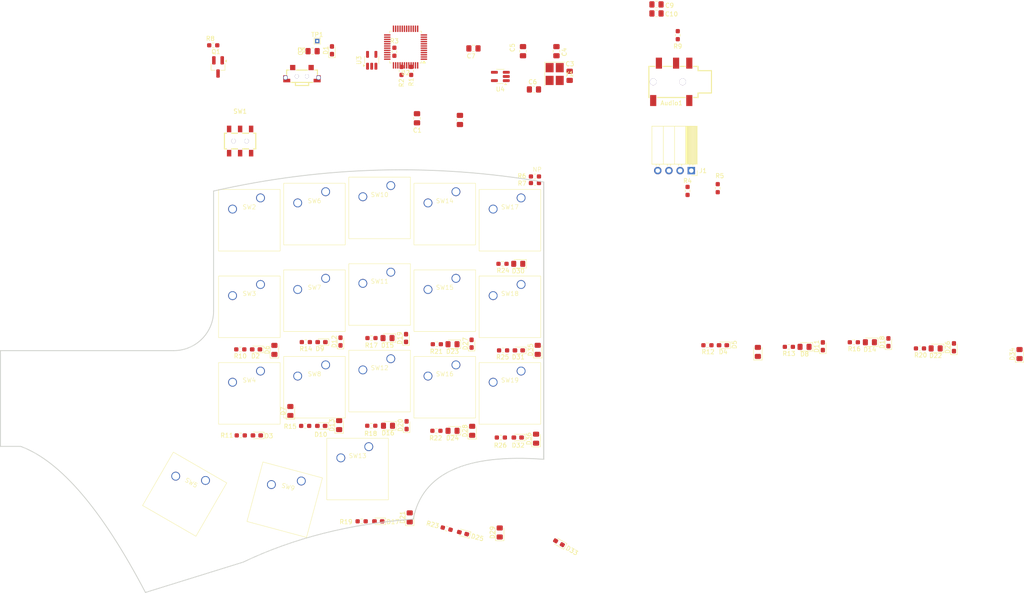
<source format=kicad_pcb>
(kicad_pcb (version 20240108) (generator "pcbnew") (generator_version "8.0")
  (layers (0 "F.Cu" signal) (31 "B.Cu" signal) (34 "B.Paste" user) (35 "F.Paste" user) (36 "B.SilkS" user "B.Silkscreen") (37 "F.SilkS" user "F.Silkscreen") (38 "B.Mask" user) (39 "F.Mask" user) (44 "Edge.Cuts" user))
  (net 0 "")
  (net 1 "Net-(Audio1-Pad4)")
  (net 2 "Net-(Audio1-Pad1)")
  (net 3 "+3V3")
  (net 4 "Net-(Audio1-Pad3)")
  (net 5 "GND")
  (net 6 "Net-(D2-A)")
  (net 7 "Net-(D3-A)")
  (net 8 "Net-(D4-A)")
  (net 9 "Net-(D5-A)")
  (net 10 "Net-(D6-A)")
  (net 11 "Net-(D7-A)")
  (net 12 "Net-(D8-A)")
  (net 13 "Net-(D9-A)")
  (net 14 "Net-(D10-A)")
  (net 15 "Net-(D11-A)")
  (net 16 "Net-(D12-A)")
  (net 17 "Net-(D13-A)")
  (net 18 "Net-(D14-A)")
  (net 19 "Net-(D15-A)")
  (net 20 "Net-(D16-A)")
  (net 21 "Net-(D17-A)")
  (net 22 "Net-(D18-A)")
  (net 23 "Net-(D19-A)")
  (net 24 "Net-(D20-A)")
  (net 25 "Net-(D21-A)")
  (net 26 "Net-(D22-A)")
  (net 27 "Net-(D23-A)")
  (net 28 "Net-(D24-A)")
  (net 29 "Net-(D25-A)")
  (net 30 "Net-(D26-A)")
  (net 31 "Net-(D27-A)")
  (net 32 "Net-(D28-A)")
  (net 33 "Net-(D29-A)")
  (net 34 "Net-(D30-A)")
  (net 35 "Net-(D31-A)")
  (net 36 "Net-(D32-A)")
  (net 37 "Net-(D33-A)")
  (net 38 "Net-(D34-A)")
  (net 39 "Net-(D35-A)")
  (net 40 "Net-(D36-A)")
  (net 41 "Net-(U2-PD0)")
  (net 42 "Net-(J1-Pin_4)")
  (net 43 "Net-(J1-Pin_3)")
  (net 44 "Net-(U2-PD1)")
  (net 45 "Net-(U2-NRST)")
  (net 46 "Net-(D1-A)")
  (net 47 "/KB_ROW_0")
  (net 48 "Net-(Q1-G)")
  (net 49 "/KB_ROW_1")
  (net 50 "/KB_ROW_2")
  (net 51 "/KB_ROW_3")
  (net 52 "/MatrixR/LED_DRIVE")
  (net 53 "/OLED_SCL")
  (net 54 "/OLED_SDA")
  (net 55 "Net-(U2-BOOT0)")
  (net 56 "/SWDIO")
  (net 57 "/SWCLK")
  (net 58 "/KB_COL_0")
  (net 59 "/KB_COL_1")
  (net 60 "/KB_COL_2")
  (net 61 "/KB_COL_3")
  (net 62 "/KB_COL_4")
  (net 70 "/D+")
  (net 73 "/UART_TX")
  (net 80 "/D-")
  (net 82 "/UART_RX")
  (footprint "Capacitor_SMD:C_0805_2012Metric_Pad1.18x1.45mm_HandSolder" (layer "F.Cu") (at 151.5101 20.1365 180)
    (property "Reference" "C7" (at 0.5375 -1.75 180) (layer "F.SilkS"))
    (property "Value" "0.1 µF" (hide yes))
    (pad "1" smd roundrect (at -1.0375 0 180) (size 1.175 1.45) (layers "F.Cu" "F.Paste" "F.Mask") (roundrect_rratio 0.212766) (net 3 "+3V3"))
    (pad "2" smd roundrect (at 1.0375 0 180) (size 1.175 1.45) (layers "F.Cu" "F.Paste" "F.Mask") (roundrect_rratio 0.212766) (net 5 "GND"))
  )
  (footprint "LED_SMD:LED_0603_1608Metric_Pad1.05x0.95mm_HandSolder" (layer "F.Cu") (at 121.306 86.789 90)
    (property "Reference" "D12" (at 0 -1.43 90) (layer "F.SilkS"))
    (property "Value" "LED")
    (pad "1" smd roundrect (at -0.875 0 90) (size 1.05 0.95) (layers "F.Cu" "F.Paste" "F.Mask") (net 5 "GND"))
    (pad "2" smd roundrect (at 0.875 0 90) (size 1.05 0.95) (layers "F.Cu" "F.Paste" "F.Mask") (net 16 "Net-(D12-A)"))
  )
  (footprint "LED_SMD:LED_0603_1608Metric_Pad1.05x0.95mm_HandSolder" (layer "F.Cu") (at 116.9975 86.916 180)
    (property "Reference" "D9" (at 0.367 -1.524 0) (layer "F.SilkS"))
    (property "Value" "LED" (hide yes))
    (pad "1" smd roundrect (at -0.875 0 180) (size 1.05 0.95) (layers "F.Cu" "F.Paste" "F.Mask") (net 5 "GND"))
    (pad "2" smd roundrect (at 0.875 0 180) (size 1.05 0.95) (layers "F.Cu" "F.Paste" "F.Mask") (net 13 "Net-(D9-A)"))
  )
  (footprint "Capacitor_SMD:C_0805_2012Metric_Pad1.18x1.45mm_HandSolder" (layer "F.Cu") (at 170.3676 20.7645 90)
    (property "Reference" "C4" (at -0.2 1.8 -90) (layer "F.SilkS"))
    (property "Value" "0.1 µF" (hide yes))
    (pad "1" smd roundrect (at -1.0375 0 90) (size 1.175 1.45) (layers "F.Cu" "F.Paste" "F.Mask") (roundrect_rratio 0.212766) (net 3 "+3V3"))
    (pad "2" smd roundrect (at 1.0375 0 90) (size 1.175 1.45) (layers "F.Cu" "F.Paste" "F.Mask") (roundrect_rratio 0.212766) (net 5 "GND"))
  )
  (footprint "TestPoint:TestPoint_THTPad_1.0x1.0mm_Drill0.5mm" (layer "F.Cu") (at 116.0224 18.4601)
    (property "Reference" "TP1" (at 0 -1.448 0) (layer "F.SilkS"))
    (property "Value" "TestPoint" (hide yes))
    (pad "1" thru_hole rect (at 0 0) (size 1 1) (drill 0.5) (layers "*.Cu" "*.Mask") (net 52 "/MatrixR/LED_DRIVE"))
  )
  (footprint "Capacitor_SMD:C_0805_2012Metric_Pad1.18x1.45mm_HandSolder" (layer "F.Cu") (at 193.0956 10.1328)
    (property "Reference" "C9" (at 2.9625 0.25 180) (layer "F.SilkS"))
    (property "Value" "0.1 µF" (hide yes))
    (pad "1" smd roundrect (at -1.0375 0) (size 1.175 1.45) (layers "F.Cu" "F.Paste" "F.Mask") (roundrect_rratio 0.212766) (net 3 "+3V3"))
    (pad "2" smd roundrect (at 1.0375 0) (size 1.175 1.45) (layers "F.Cu" "F.Paste" "F.Mask") (roundrect_rratio 0.212766) (net 5 "GND"))
  )
  (footprint "Package_TO_SOT_SMD:SOT-23-5_HandSoldering" (layer "F.Cu") (at 157.6176 26.5145 180)
    (property "Reference" "U4" (at 0 -2.9 180) (layer "F.SilkS"))
    (property "Value" "SN74LVC1G125DBV")
    (pad "1" smd roundrect (at -1.35 -0.95 180) (size 1.56 0.65) (layers "F.Cu" "F.Paste" "F.Mask") (net 5 "GND"))
    (pad "2" smd roundrect (at -1.35 0 180) (size 1.56 0.65) (layers "F.Cu" "F.Paste" "F.Mask") (net 73 "/UART_TX"))
    (pad "3" smd roundrect (at -1.35 0.95 180) (size 1.56 0.65) (layers "F.Cu" "F.Paste" "F.Mask") (net 5 "GND"))
    (pad "4" smd roundrect (at 1.35 0.95 180) (size 1.56 0.65) (layers "F.Cu" "F.Paste" "F.Mask") (net 1 "Net-(Audio1-Pad4)"))
    (pad "5" smd roundrect (at 1.35 -0.95 180) (size 1.56 0.65) (layers "F.Cu" "F.Paste" "F.Mask") (net 3 "+3V3"))
  )
  (footprint "Capacitor_SMD:C_0805_2012Metric_Pad1.18x1.45mm_HandSolder" (layer "F.Cu") (at 173.3676 26.3645 90)
    (property "Reference" "C3" (at 2.6963 0.0508 0) (layer "F.SilkS"))
    (property "Value" "0.1 µF" (hide yes))
    (pad "1" smd roundrect (at -1.0375 0 90) (size 1.175 1.45) (layers "F.Cu" "F.Paste" "F.Mask") (roundrect_rratio 0.212766) (net 45 "Net-(U2-NRST)"))
    (pad "2" smd roundrect (at 1.0375 0 90) (size 1.175 1.45) (layers "F.Cu" "F.Paste" "F.Mask") (roundrect_rratio 0.212766) (net 5 "GND"))
  )
  (footprint "Diode_SMD:D_0805_2012Metric_Pad1.15x1.40mm_HandSolder" (layer "F.Cu") (at 146.758 107.0832 180)
    (property "Reference" "D24" (at 0 -1.65 180) (layer "F.SilkS"))
    (property "Value" "CD4148W")
    (pad "1" smd roundrect (at -1.025 0 180) (size 1.15 1.4) (layers "F.Cu" "F.Paste" "F.Mask") (roundrect_rratio 0.217391) (net 51 "/KB_ROW_3"))
    (pad "2" smd roundrect (at 1.025 0 180) (size 1.15 1.4) (layers "F.Cu" "F.Paste" "F.Mask") (roundrect_rratio 0.217391) (net 28 "Net-(D24-A)"))
  )
  (footprint "personal:Gateron_Milky_Yellow" (layer "F.Cu") (at 130.194 95.7772)
    (property "Reference" "SW12" (at 0 -3 0) (layer "F.SilkS") (effects (font (thickness 0.1))))
    (property "Value" "SW_Push" (hide yes))
    (pad "" np_thru_hole circle (at 0 0) (size 4.15 4.15) (drill 4.15) (layers "F&B.Cu" "*.Mask"))
    (pad "1" thru_hole circle (at -3.81 -2.54) (size 2 2) (drill 1.6) (layers "*.Cu" "*.Mask") (net 60 "/KB_COL_2"))
    (pad "2" thru_hole circle (at 2.540001 -5.08) (size 2 2) (drill 1.6) (layers "*.Cu" "*.Mask") (net 27 "Net-(D23-A)"))
  )
  (footprint "Diode_SMD:D_0805_2012Metric_Pad1.15x1.40mm_HandSolder" (layer "F.Cu") (at 241.575 86.95 180)
    (property "Reference" "D14" (at 0 -1.65 180) (layer "F.SilkS"))
    (property "Value" "CD4148W")
    (pad "1" smd roundrect (at -1.025 0 180) (size 1.15 1.4) (layers "F.Cu" "F.Paste" "F.Mask") (roundrect_rratio 0.217391) (net 49 "/KB_ROW_1"))
    (pad "2" smd roundrect (at 1.025 0 180) (size 1.15 1.4) (layers "F.Cu" "F.Paste" "F.Mask") (roundrect_rratio 0.217391) (net 18 "Net-(D14-A)"))
  )
  (footprint "Package_QFP:LQFP-48_7x7mm_P0.5mm" (layer "F.Cu") (at 136.0884 19.8317 180)
    (property "Reference" "U2" (at 0 -5.85 180) (layer "F.SilkS"))
    (property "Value" "STM32F103C8Tx")
    (pad "1" smd roundrect (at -4.1625 -2.75 180) (size 1.475 0.3) (layers "F.Cu" "F.Paste" "F.Mask") (net 3 "+3V3"))
    (pad "2" smd roundrect (at -4.1625 -2.25 180) (size 1.475 0.3) (layers "F.Cu" "F.Paste" "F.Mask"))
    (pad "3" smd roundrect (at -4.1625 -1.75 180) (size 1.475 0.3) (layers "F.Cu" "F.Paste" "F.Mask"))
    (pad "4" smd roundrect (at -4.1625 -1.25 180) (size 1.475 0.3) (layers "F.Cu" "F.Paste" "F.Mask"))
    (pad "5" smd roundrect (at -4.1625 -0.75 180) (size 1.475 0.3) (layers "F.Cu" "F.Paste" "F.Mask") (net 41 "Net-(U2-PD0)"))
    (pad "6" smd roundrect (at -4.1625 -0.25 180) (size 1.475 0.3) (layers "F.Cu" "F.Paste" "F.Mask") (net 44 "Net-(U2-PD1)"))
    (pad "7" smd roundrect (at -4.1625 0.25 180) (size 1.475 0.3) (layers "F.Cu" "F.Paste" "F.Mask") (net 45 "Net-(U2-NRST)"))
    (pad "8" smd roundrect (at -4.1625 0.75 180) (size 1.475 0.3) (layers "F.Cu" "F.Paste" "F.Mask") (net 5 "GND"))
    (pad "9" smd roundrect (at -4.1625 1.25 180) (size 1.475 0.3) (layers "F.Cu" "F.Paste" "F.Mask") (net 3 "+3V3"))
    (pad "10" smd roundrect (at -4.1625 1.75 180) (size 1.475 0.3) (layers "F.Cu" "F.Paste" "F.Mask"))
    (pad "11" smd roundrect (at -4.1625 2.25 180) (size 1.475 0.3) (layers "F.Cu" "F.Paste" "F.Mask"))
    (pad "12" smd roundrect (at -4.1625 2.75 180) (size 1.475 0.3) (layers "F.Cu" "F.Paste" "F.Mask"))
    (pad "13" smd roundrect (at -2.75 4.1625 180) (size 0.3 1.475) (layers "F.Cu" "F.Paste" "F.Mask") (net 61 "/KB_COL_3"))
    (pad "14" smd roundrect (at -2.25 4.1625 180) (size 0.3 1.475) (layers "F.Cu" "F.Paste" "F.Mask") (net 62 "/KB_COL_4"))
    (pad "15" smd roundrect (at -1.75 4.1625 180) (size 0.3 1.475) (layers "F.Cu" "F.Paste" "F.Mask") (net 58 "/KB_COL_0"))
    (pad "16" smd roundrect (at -1.25 4.1625 180) (size 0.3 1.475) (layers "F.Cu" "F.Paste" "F.Mask") (net 59 "/KB_COL_1"))
    (pad "17" smd roundrect (at -0.75 4.1625 180) (size 0.3 1.475) (layers "F.Cu" "F.Paste" "F.Mask") (net 60 "/KB_COL_2"))
    (pad "18" smd roundrect (at -0.25 4.1625 180) (size 0.3 1.475) (layers "F.Cu" "F.Paste" "F.Mask") (net 49 "/KB_ROW_1"))
    (pad "19" smd roundrect (at 0.25 4.1625 180) (size 0.3 1.475) (layers "F.Cu" "F.Paste" "F.Mask") (net 50 "/KB_ROW_2"))
    (pad "20" smd roundrect (at 0.75 4.1625 180) (size 0.3 1.475) (layers "F.Cu" "F.Paste" "F.Mask") (net 51 "/KB_ROW_3"))
    (pad "21" smd roundrect (at 1.25 4.1625 180) (size 0.3 1.475) (layers "F.Cu" "F.Paste" "F.Mask") (net 47 "/KB_ROW_0"))
    (pad "22" smd roundrect (at 1.75 4.1625 180) (size 0.3 1.475) (layers "F.Cu" "F.Paste" "F.Mask"))
    (pad "23" smd roundrect (at 2.25 4.1625 180) (size 0.3 1.475) (layers "F.Cu" "F.Paste" "F.Mask") (net 5 "GND"))
    (pad "24" smd roundrect (at 2.75 4.1625 180) (size 0.3 1.475) (layers "F.Cu" "F.Paste" "F.Mask") (net 3 "+3V3"))
    (pad "25" smd roundrect (at 4.1625 2.75 180) (size 1.475 0.3) (layers "F.Cu" "F.Paste" "F.Mask"))
    (pad "26" smd roundrect (at 4.1625 2.25 180) (size 1.475 0.3) (layers "F.Cu" "F.Paste" "F.Mask") (net 48 "Net-(Q1-G)"))
    (pad "27" smd roundrect (at 4.1625 1.75 180) (size 1.475 0.3) (layers "F.Cu" "F.Paste" "F.Mask"))
    (pad "28" smd roundrect (at 4.1625 1.25 180) (size 1.475 0.3) (layers "F.Cu" "F.Paste" "F.Mask"))
    (pad "29" smd roundrect (at 4.1625 0.75 180) (size 1.475 0.3) (layers "F.Cu" "F.Paste" "F.Mask"))
    (pad "30" smd roundrect (at 4.1625 0.25 180) (size 1.475 0.3) (layers "F.Cu" "F.Paste" "F.Mask") (net 73 "/UART_TX"))
    (pad "31" smd roundrect (at 4.1625 -0.25 180) (size 1.475 0.3) (layers "F.Cu" "F.Paste" "F.Mask") (net 82 "/UART_RX"))
    (pad "32" smd roundrect (at 4.1625 -0.75 180) (size 1.475 0.3) (layers "F.Cu" "F.Paste" "F.Mask") (net 80 "/D-"))
    (pad "33" smd roundrect (at 4.1625 -1.25 180) (size 1.475 0.3) (layers "F.Cu" "F.Paste" "F.Mask") (net 70 "/D+"))
    (pad "34" smd roundrect (at 4.1625 -1.75 180) (size 1.475 0.3) (layers "F.Cu" "F.Paste" "F.Mask") (net 56 "/SWDIO"))
    (pad "35" smd roundrect (at 4.1625 -2.25 180) (size 1.475 0.3) (layers "F.Cu" "F.Paste" "F.Mask") (net 5 "GND"))
    (pad "36" smd roundrect (at 4.1625 -2.75 180) (size 1.475 0.3) (layers "F.Cu" "F.Paste" "F.Mask") (net 3 "+3V3"))
    (pad "37" smd roundrect (at 2.75 -4.1625 180) (size 0.3 1.475) (layers "F.Cu" "F.Paste" "F.Mask") (net 57 "/SWCLK"))
    (pad "38" smd roundrect (at 2.25 -4.1625 180) (size 0.3 1.475) (layers "F.Cu" "F.Paste" "F.Mask"))
    (pad "39" smd roundrect (at 1.75 -4.1625 180) (size 0.3 1.475) (layers "F.Cu" "F.Paste" "F.Mask"))
    (pad "40" smd roundrect (at 1.25 -4.1625 180) (size 0.3 1.475) (layers "F.Cu" "F.Paste" "F.Mask"))
    (pad "41" smd roundrect (at 0.75 -4.1625 180) (size 0.3 1.475) (layers "F.Cu" "F.Paste" "F.Mask"))
    (pad "42" smd roundrect (at 0.25 -4.1625 180) (size 0.3 1.475) (layers "F.Cu" "F.Paste" "F.Mask") (net 53 "/OLED_SCL"))
    (pad "43" smd roundrect (at -0.25 -4.1625 180) (size 0.3 1.475) (layers "F.Cu" "F.Paste" "F.Mask") (net 54 "/OLED_SDA"))
    (pad "44" smd roundrect (at -0.75 -4.1625 180) (size 0.3 1.475) (layers "F.Cu" "F.Paste" "F.Mask") (net 55 "Net-(U2-BOOT0)"))
    (pad "45" smd roundrect (at -1.25 -4.1625 180) (size 0.3 1.475) (layers "F.Cu" "F.Paste" "F.Mask"))
    (pad "46" smd roundrect (at -1.75 -4.1625 180) (size 0.3 1.475) (layers "F.Cu" "F.Paste" "F.Mask"))
    (pad "47" smd roundrect (at -2.25 -4.1625 180) (size 0.3 1.475) (layers "F.Cu" "F.Paste" "F.Mask") (net 5 "GND"))
    (pad "48" smd roundrect (at -2.75 -4.1625 180) (size 0.3 1.475) (layers "F.Cu" "F.Paste" "F.Mask") (net 3 "+3V3"))
  )
  (footprint "Resistor_SMD:R_0603_1608Metric_Pad0.98x0.95mm_HandSolder" (layer "F.Cu") (at 126.111 127.6598)
    (property "Reference" "R19" (at -3.556 0.127 0) (layer "F.SilkS"))
    (property "Value" "1 kohm" (hide yes))
    (pad "1" smd roundrect (at -0.9125 0) (size 0.975 0.95) (layers "F.Cu" "F.Paste" "F.Mask") (net 52 "/MatrixR/LED_DRIVE"))
    (pad "2" smd roundrect (at 0.9125 0) (size 0.975 0.95) (layers "F.Cu" "F.Paste" "F.Mask") (net 23 "Net-(D19-A)"))
  )
  (footprint "personal:Gateron_Milky_Yellow" (layer "F.Cu") (at 100.594 59.2072)
    (property "Reference" "SW2" (at 0 -3 0) (layer "F.SilkS") (effects (font (thickness 0.1))))
    (property "Value" "SW_Push" (hide yes))
    (pad "" np_thru_hole circle (at 0 0) (size 4.15 4.15) (drill 4.15) (layers "F&B.Cu" "*.Mask"))
    (pad "1" thru_hole circle (at -3.81 -2.54) (size 2 2) (drill 1.6) (layers "*.Cu" "*.Mask") (net 58 "/KB_COL_0"))
    (pad "2" thru_hole circle (at 2.540001 -5.08) (size 2 2) (drill 1.6) (layers "*.Cu" "*.Mask") (net 9 "Net-(D5-A)"))
  )
  (footprint "LED_SMD:LED_0603_1608Metric_Pad1.05x0.95mm_HandSolder" (layer "F.Cu") (at 116.927 105.966 180)
    (property "Reference" "D10" (at 0.092 -1.9522 0) (layer "F.SilkS"))
    (property "Value" "LED" (hide yes))
    (pad "1" smd roundrect (at -0.875 0 180) (size 1.05 0.95) (layers "F.Cu" "F.Paste" "F.Mask") (net 5 "GND"))
    (pad "2" smd roundrect (at 0.875 0 180) (size 1.05 0.95) (layers "F.Cu" "F.Paste" "F.Mask") (net 14 "Net-(D10-A)"))
  )
  (footprint "Resistor_SMD:R_0603_1608Metric_Pad0.98x0.95mm_HandSolder" (layer "F.Cu") (at 223.1669 87.995)
    (property "Reference" "R13" (at 0.0235 1.524 0) (layer "F.SilkS"))
    (property "Value" "1 kohm" (hide yes))
    (pad "1" smd roundrect (at -0.9125 0) (size 0.975 0.95) (layers "F.Cu" "F.Paste" "F.Mask") (net 52 "/MatrixR/LED_DRIVE"))
    (pad "2" smd roundrect (at 0.9125 0) (size 0.975 0.95) (layers "F.Cu" "F.Paste" "F.Mask") (net 13 "Net-(D9-A)"))
  )
  (footprint "Diode_SMD:D_0805_2012Metric_Pad1.15x1.40mm_HandSolder" (layer "F.Cu") (at 157.48 130.1998 90)
    (property "Reference" "D29" (at 0 -1.65 90) (layer "F.SilkS"))
    (property "Value" "CD4148W" (hide yes))
    (pad "1" smd roundrect (at -1.025 0 90) (size 1.15 1.4) (layers "F.Cu" "F.Paste" "F.Mask") (roundrect_rratio 0.217391) (net 49 "/KB_ROW_1"))
    (pad "2" smd roundrect (at 1.025 0 90) (size 1.15 1.4) (layers "F.Cu" "F.Paste" "F.Mask") (roundrect_rratio 0.217391) (net 33 "Net-(D29-A)"))
  )
  (footprint "Diode_SMD:D_0805_2012Metric_Pad1.15x1.40mm_HandSolder" (layer "F.Cu") (at 106.289 88.688 90)
    (property "Reference" "D6" (at 0 -1.65 90) (layer "F.SilkS"))
    (property "Value" "CD4148W" (hide yes))
    (pad "1" smd roundrect (at -1.025 0 90) (size 1.15 1.4) (layers "F.Cu" "F.Paste" "F.Mask") (roundrect_rratio 0.217391) (net 49 "/KB_ROW_1"))
    (pad "2" smd roundrect (at 1.025 0 90) (size 1.15 1.4) (layers "F.Cu" "F.Paste" "F.Mask") (roundrect_rratio 0.217391) (net 10 "Net-(D6-A)"))
  )
  (footprint "Connector_PinSocket_2.54mm:PinSocket_1x04_P2.54mm_Horizontal" (layer "F.Cu") (at 201.0062 47.917 -90)
    (property "Reference" "J1" (at 0.030799 -2.65 0) (layer "F.SilkS"))
    (property "Value" "Conn_01x04_Pin" (hide yes))
    (pad "1" thru_hole rect (at 0 0 270) (size 1.7 1.7) (drill 1) (layers "*.Cu" "*.Mask") (net 5 "GND"))
    (pad "2" thru_hole oval (at -0.000001 2.54 270) (size 1.7 1.7) (drill 1) (layers "*.Cu" "*.Mask") (net 3 "+3V3"))
    (pad "3" thru_hole oval (at 0 5.079999 270) (size 1.7 1.7) (drill 1) (layers "*.Cu" "*.Mask") (net 43 "Net-(J1-Pin_3)"))
    (pad "4" thru_hole oval (at 0 7.62 270) (size 1.7 1.7) (drill 1) (layers "*.Cu" "*.Mask") (net 42 "Net-(J1-Pin_4)"))
  )
  (footprint "LED_SMD:LED_0603_1608Metric_Pad1.05x0.95mm_HandSolder" (layer "F.Cu") (at 151.09 87.2712 90)
    (property "Reference" "D27" (at 0 -1.43 90) (layer "F.SilkS"))
    (property "Value" "LED")
    (pad "1" smd roundrect (at -0.875 0 90) (size 1.05 0.95) (layers "F.Cu" "F.Paste" "F.Mask") (net 5 "GND"))
    (pad "2" smd roundrect (at 0.875 0 90) (size 1.05 0.95) (layers "F.Cu" "F.Paste" "F.Mask") (net 31 "Net-(D27-A)"))
  )
  (footprint "personal:Gateron_Milky_Yellow" (layer "F.Cu") (at 125.194 115.7772)
    (property "Reference" "SW13" (at 0 -3 0) (layer "F.SilkS") (effects (font (thickness 0.1))))
    (property "Value" "SW_Push" (hide yes))
    (pad "" np_thru_hole circle (at 0 0) (size 4.15 4.15) (drill 4.15) (layers "F&B.Cu" "*.Mask"))
    (pad "1" thru_hole circle (at -3.81 -2.54) (size 2 2) (drill 1.6) (layers "*.Cu" "*.Mask") (net 60 "/KB_COL_2"))
    (pad "2" thru_hole circle (at 2.540001 -5.08) (size 2 2) (drill 1.6) (layers "*.Cu" "*.Mask") (net 28 "Net-(D24-A)"))
  )
  (footprint "Resistor_SMD:R_0603_1608Metric_Pad0.98x0.95mm_HandSolder" (layer "F.Cu") (at 165.482 50.7528)
    (property "Reference" "R7" (at -2.921 0.070964 180) (layer "F.SilkS"))
    (property "Value" "5.1 kohm" (hide yes))
    (pad "1" smd roundrect (at -0.9125 -0.000001) (size 0.975 0.95) (layers "F.Cu" "F.Paste" "F.Mask") (net 48 "Net-(Q1-G)"))
    (pad "2" smd roundrect (at 0.9125 0.000001) (size 0.975 0.95) (layers "F.Cu" "F.Paste" "F.Mask") (net 5 "GND"))
  )
  (footprint "Diode_SMD:D_0805_2012Metric_Pad1.15x1.40mm_HandSolder" (layer "F.Cu") (at 166.116 88.6708 90)
    (property "Reference" "D35" (at 0 -1.65 90) (layer "F.SilkS"))
    (property "Value" "CD4148W" (hide yes))
    (pad "1" smd roundrect (at -1.025 0 90) (size 1.15 1.4) (layers "F.Cu" "F.Paste" "F.Mask") (roundrect_rratio 0.217391) (net 49 "/KB_ROW_1"))
    (pad "2" smd roundrect (at 1.025 0 90) (size 1.15 1.4) (layers "F.Cu" "F.Paste" "F.Mask") (roundrect_rratio 0.217391) (net 39 "Net-(D35-A)"))
  )
  (footprint "Resistor_SMD:R_0603_1608Metric_Pad0.98x0.95mm_HandSolder" (layer "F.Cu") (at 207.01 51.9157 -90)
    (property "Reference" "R5" (at -2.7921 -0.4572 0) (layer "F.SilkS"))
    (property "Value" "4.7 kohm" (hide yes))
    (pad "1" smd roundrect (at -0.9125 0 270) (size 0.975 0.95) (layers "F.Cu" "F.Paste" "F.Mask") (net 3 "+3V3"))
    (pad "2" smd roundrect (at 0.9125 0 270) (size 0.975 0.95) (layers "F.Cu" "F.Paste" "F.Mask") (net 55 "Net-(U2-BOOT0)"))
  )
  (footprint "personal:Gateron_Milky_Yellow" (layer "F.Cu") (at 159.794 59.2072)
    (property "Reference" "SW17" (at 0 -3 0) (layer "F.SilkS") (effects (font (thickness 0.1))))
    (property "Value" "SW_Push" (hide yes))
    (pad "" np_thru_hole circle (at 0 0) (size 4.15 4.15) (drill 4.15) (layers "F&B.Cu" "*.Mask"))
    (pad "1" thru_hole circle (at -3.81 -2.54) (size 2 2) (drill 1.6) (layers "*.Cu" "*.Mask") (net 62 "/KB_COL_4"))
    (pad "2" thru_hole circle (at 2.540001 -5.08) (size 2 2) (drill 1.6) (layers "*.Cu" "*.Mask") (net 38 "Net-(D34-A)"))
  )
  (footprint "personal:Gateron_Milky_Yellow" (layer "F.Cu") (at 108.631747 122.749503 -15)
    (property "Reference" "SW9" (at 0 -3 -15) (layer "F.SilkS") (effects (font (thickness 0.1))))
    (property "Value" "SW_Push" (hide yes))
    (pad "" np_thru_hole circle (at 0 0 345) (size 4.15 4.15) (drill 4.15) (layers "F&B.Cu" "*.Mask"))
    (pad "1" thru_hole circle (at -3.81 -2.54 345) (size 2 2) (drill 1.6) (layers "*.Cu" "*.Mask") (net 59 "/KB_COL_1"))
    (pad "2" thru_hole circle (at 2.540001 -5.08 345) (size 2 2) (drill 1.6) (layers "*.Cu" "*.Mask") (net 20 "Net-(D16-A)"))
  )
  (footprint "Resistor_SMD:R_0603_1608Metric_Pad0.98x0.95mm_HandSolder" (layer "F.Cu") (at 200.1562 52.535299 90)
    (property "Reference" "R4" (at 2.2841 0 180) (layer "F.SilkS"))
    (property "Value" "4.7 kohm" (hide yes))
    (pad "1" smd roundrect (at -0.9125 0 90) (size 0.975 0.95) (layers "F.Cu" "F.Paste" "F.Mask") (net 3 "+3V3"))
    (pad "2" smd roundrect (at 0.9125 0 90) (size 0.975 0.95) (layers "F.Cu" "F.Paste" "F.Mask") (net 52 "/MatrixR/LED_DRIVE"))
  )
  (footprint "Diode_SMD:D_0805_2012Metric_Pad1.15x1.40mm_HandSolder" (layer "F.Cu") (at 256.5164 88.3502 180)
    (property "Reference" "D22" (at 0 -1.65 180) (layer "F.SilkS"))
    (property "Value" "CD4148W")
    (pad "1" smd roundrect (at -1.025 0 180) (size 1.15 1.4) (layers "F.Cu" "F.Paste" "F.Mask") (roundrect_rratio 0.217391) (net 49 "/KB_ROW_1"))
    (pad "2" smd roundrect (at 1.025 0 180) (size 1.15 1.4) (layers "F.Cu" "F.Paste" "F.Mask") (roundrect_rratio 0.217391) (net 26 "Net-(D22-A)"))
  )
  (footprint "Diode_SMD:D_0805_2012Metric_Pad1.15x1.40mm_HandSolder" (layer "F.Cu") (at 146.758 87.3982 180)
    (property "Reference" "D23" (at 0 -1.65 180) (layer "F.SilkS"))
    (property "Value" "CD4148W")
    (pad "1" smd roundrect (at -1.025 0 180) (size 1.15 1.4) (layers "F.Cu" "F.Paste" "F.Mask") (roundrect_rratio 0.217391) (net 50 "/KB_ROW_2"))
    (pad "2" smd roundrect (at 1.025 0 180) (size 1.15 1.4) (layers "F.Cu" "F.Paste" "F.Mask") (roundrect_rratio 0.217391) (net 27 "Net-(D23-A)"))
  )
  (footprint "LED_SMD:LED_0603_1608Metric_Pad1.05x0.95mm_HandSolder" (layer "F.Cu") (at 208.1874 87.627 180)
    (property "Reference" "D4" (at -0.061 -1.524 0) (layer "F.SilkS"))
    (property "Value" "LED" (hide yes))
    (pad "1" smd roundrect (at -0.875 0 180) (size 1.05 0.95) (layers "F.Cu" "F.Paste" "F.Mask") (net 5 "GND"))
    (pad "2" smd roundrect (at 0.875 0 180) (size 1.05 0.95) (layers "F.Cu" "F.Paste" "F.Mask") (net 8 "Net-(D4-A)"))
  )
  (footprint "Diode_SMD:D_0805_2012Metric_Pad1.15x1.40mm_HandSolder" (layer "F.Cu") (at 132.0941 105.937 180)
    (property "Reference" "D16" (at 0 -1.65 180) (layer "F.SilkS"))
    (property "Value" "CD4148W")
    (pad "1" smd roundrect (at -1.025 0 180) (size 1.15 1.4) (layers "F.Cu" "F.Paste" "F.Mask") (roundrect_rratio 0.217391) (net 51 "/KB_ROW_3"))
    (pad "2" smd roundrect (at 1.025 0 180) (size 1.15 1.4) (layers "F.Cu" "F.Paste" "F.Mask") (roundrect_rratio 0.217391) (net 20 "Net-(D16-A)"))
  )
  (footprint "Resistor_SMD:R_0603_1608Metric_Pad0.98x0.95mm_HandSolder" (layer "F.Cu") (at 165.482 49.252801 180)
    (property "Reference" "R6" (at 2.961801 0.100177 0) (layer "F.SilkS"))
    (property "Value" "4.7 kohm" (hide yes))
    (pad "1" smd roundrect (at -0.9125 -0.000001 180) (size 0.975 0.95) (layers "F.Cu" "F.Paste" "F.Mask") (net 55 "Net-(U2-BOOT0)"))
    (pad "2" smd roundrect (at 0.9125 0.000001 180) (size 0.975 0.95) (layers "F.Cu" "F.Paste" "F.Mask") (net 5 "GND"))
  )
  (footprint "personal:Gateron_Milky_Yellow" (layer "F.Cu") (at 159.794 98.5772)
    (property "Reference" "SW19" (at 0 -3 0) (layer "F.SilkS") (effects (font (thickness 0.1))))
    (property "Value" "SW_Push")
    (pad "" np_thru_hole circle (at 0 0) (size 4.15 4.15) (drill 4.15) (layers "F&B.Cu" "*.Mask"))
    (pad "1" thru_hole circle (at -3.81 -2.54) (size 2 2) (drill 1.6) (layers "*.Cu" "*.Mask") (net 62 "/KB_COL_4"))
    (pad "2" thru_hole circle (at 2.54 -5.08) (size 2 2) (drill 1.6) (layers "*.Cu" "*.Mask") (net 40 "Net-(D36-A)"))
  )
  (footprint "LED_SMD:LED_0603_1608Metric_Pad1.05x0.95mm_HandSolder" (layer "F.Cu") (at 245.78 86.95 90)
    (property "Reference" "D18" (at 0 -1.43 90) (layer "F.SilkS"))
    (property "Value" "LED")
    (pad "1" smd roundrect (at -0.875 0 90) (size 1.05 0.95) (layers "F.Cu" "F.Paste" "F.Mask") (net 5 "GND"))
    (pad "2" smd roundrect (at 0.875 0 90) (size 1.05 0.95) (layers "F.Cu" "F.Paste" "F.Mask") (net 22 "Net-(D18-A)"))
  )
  (footprint "personal:Gateron_Milky_Yellow" (layer "F.Cu") (at 144.994 97.1772)
    (property "Reference" "SW16" (at 0 -3 0) (layer "F.SilkS") (effects (font (thickness 0.1))))
    (property "Value" "SW_Push" (hide yes))
    (pad "" np_thru_hole circle (at 0 0) (size 4.15 4.15) (drill 4.15) (layers "F&B.Cu" "*.Mask"))
    (pad "1" thru_hole circle (at -3.81 -2.54) (size 2 2) (drill 1.6) (layers "*.Cu" "*.Mask") (net 61 "/KB_COL_3"))
    (pad "2" thru_hole circle (at 2.540001 -5.08) (size 2 2) (drill 1.6) (layers "*.Cu" "*.Mask") (net 34 "Net-(D30-A)"))
  )
  (footprint "Resistor_SMD:R_0603_1608Metric_Pad0.98x0.95mm_HandSolder" (layer "F.Cu") (at 143.0985 107.0832)
    (property "Reference" "R22" (at -0.1505 1.651 0) (layer "F.SilkS"))
    (property "Value" "1 kohm" (hide yes))
    (pad "1" smd roundrect (at -0.9125 0) (size 0.975 0.95) (layers "F.Cu" "F.Paste" "F.Mask") (net 52 "/MatrixR/LED_DRIVE"))
    (pad "2" smd roundrect (at 0.9125 0) (size 0.975 0.95) (layers "F.Cu" "F.Paste" "F.Mask") (net 30 "Net-(D26-A)"))
  )
  (footprint "Resistor_SMD:R_0603_1608Metric_Pad0.98x0.95mm_HandSolder" (layer "F.Cu") (at 143.1925 87.3982)
    (property "Reference" "R21" (at -0.1035 1.651 0) (layer "F.SilkS"))
    (property "Value" "1 kohm" (hide yes))
    (pad "1" smd roundrect (at -0.9125 0) (size 0.975 0.95) (layers "F.Cu" "F.Paste" "F.Mask") (net 52 "/MatrixR/LED_DRIVE"))
    (pad "2" smd roundrect (at 0.9125 0) (size 0.975 0.95) (layers "F.Cu" "F.Paste" "F.Mask") (net 29 "Net-(D25-A)"))
  )
  (footprint "LED_SMD:LED_0603_1608Metric_Pad1.05x0.95mm_HandSolder" (layer "F.Cu") (at 230.8904 87.859 90)
    (property "Reference" "D11" (at 0 -1.43 90) (layer "F.SilkS"))
    (property "Value" "LED")
    (pad "1" smd roundrect (at -0.875 0 90) (size 1.05 0.95) (layers "F.Cu" "F.Paste" "F.Mask") (net 5 "GND"))
    (pad "2" smd roundrect (at 0.875 0 90) (size 1.05 0.95) (layers "F.Cu" "F.Paste" "F.Mask") (net 15 "Net-(D11-A)"))
  )
  (footprint "Resistor_SMD:R_0603_1608Metric_Pad0.98x0.95mm_HandSolder" (layer "F.Cu") (at 237.9295 86.95)
    (property "Reference" "R16" (at 0.1035 1.524 0) (layer "F.SilkS"))
    (property "Value" "1 kohm" (hide yes))
    (pad "1" smd roundrect (at -0.9125 0) (size 0.975 0.95) (layers "F.Cu" "F.Paste" "F.Mask") (net 52 "/MatrixR/LED_DRIVE"))
    (pad "2" smd roundrect (at 0.9125 0) (size 0.975 0.95) (layers "F.Cu" "F.Paste" "F.Mask") (net 16 "Net-(D12-A)"))
  )
  (footprint "LED_SMD:LED_0603_1608Metric_Pad1.05x0.95mm_HandSolder" (layer "F.Cu") (at 161.812 88.7978 180)
    (property "Reference" "D31" (at 0.113 -1.524 0) (layer "F.SilkS"))
    (property "Value" "LED" (hide yes))
    (pad "1" smd roundrect (at -0.875 0 180) (size 1.05 0.95) (layers "F.Cu" "F.Paste" "F.Mask") (net 5 "GND"))
    (pad "2" smd roundrect (at 0.875 0 180) (size 1.05 0.95) (layers "F.Cu" "F.Paste" "F.Mask") (net 35 "Net-(D31-A)"))
  )
  (footprint "Resistor_SMD:R_0603_1608Metric_Pad0.98x0.95mm_HandSolder" (layer "F.Cu") (at 133.5484 20.8985 -90)
    (property "Reference" "R3" (at -2.4384 0 180) (layer "F.SilkS"))
    (property "Value" "4.7 kohm" (hide yes))
    (pad "1" smd roundrect (at -0.9125 0 270) (size 0.975 0.95) (layers "F.Cu" "F.Paste" "F.Mask") (net 3 "+3V3"))
    (pad "2" smd roundrect (at 0.9125 0 270) (size 0.975 0.95) (layers "F.Cu" "F.Paste" "F.Mask") (net 54 "/OLED_SDA"))
  )
  (footprint "personal:Gateron_Milky_Yellow" (layer "F.Cu") (at 115.394 97.1772)
    (property "Reference" "SW8" (at 0 -3 0) (layer "F.SilkS") (effects (font (thickness 0.1))))
    (property "Value" "SW_Push" (hide yes))
    (pad "" np_thru_hole circle (at 0 0) (size 4.15 4.15) (drill 4.15) (layers "F&B.Cu" "*.Mask"))
    (pad "1" thru_hole circle (at -3.81 -2.54) (size 2 2) (drill 1.6) (layers "*.Cu" "*.Mask") (net 59 "/KB_COL_1"))
    (pad "2" thru_hole circle (at 2.540001 -5.08) (size 2 2) (drill 1.6) (layers "*.Cu" "*.Mask") (net 19 "Net-(D15-A)"))
  )
  (footprint "Diode_SMD:D_0805_2012Metric_Pad1.15x1.40mm_HandSolder" (layer "F.Cu") (at 131.9906 85.998 180)
    (property "Reference" "D15" (at 0 -1.65 180) (layer "F.SilkS"))
    (property "Value" "CD4148W")
    (pad "1" smd roundrect (at -1.025 0 180) (size 1.15 1.4) (layers "F.Cu" "F.Paste" "F.Mask") (roundrect_rratio 0.217391) (net 50 "/KB_ROW_2"))
    (pad "2" smd roundrect (at 1.025 0 180) (size 1.15 1.4) (layers "F.Cu" "F.Paste" "F.Mask") (roundrect_rratio 0.217391) (net 19 "Net-(D15-A)"))
  )
  (footprint "Resistor_SMD:R_0603_1608Metric_Pad0.98x0.95mm_HandSolder" (layer "F.Cu") (at 157.734 108.6098)
    (property "Reference" "R26" (at -0.1035 1.778 0) (layer "F.SilkS"))
    (property "Value" "1 kohm" (hide yes))
    (pad "1" smd roundrect (at -0.9125 0) (size 0.975 0.95) (layers "F.Cu" "F.Paste" "F.Mask") (net 52 "/MatrixR/LED_DRIVE"))
    (pad "2" smd roundrect (at 0.9125 0) (size 0.975 0.95) (layers "F.Cu" "F.Paste" "F.Mask") (net 37 "Net-(D33-A)"))
  )
  (footprint "Diode_SMD:D_0805_2012Metric_Pad1.15x1.40mm_HandSolder" (layer "F.Cu") (at 226.7324 87.995 180)
    (property "Reference" "D8" (at 0 -1.65 180) (layer "F.SilkS"))
    (property "Value" "CD4148W")
    (pad "1" smd roundrect (at -1.025 0 180) (size 1.15 1.4) (layers "F.Cu" "F.Paste" "F.Mask") (roundrect_rratio 0.217391) (net 51 "/KB_ROW_3"))
    (pad "2" smd roundrect (at 1.025 0 180) (size 1.15 1.4) (layers "F.Cu" "F.Paste" "F.Mask") (roundrect_rratio 0.217391) (net 12 "Net-(D8-A)"))
  )
  (footprint "Diode_SMD:D_0805_2012Metric_Pad1.15x1.40mm_HandSolder" (layer "F.Cu") (at 275.5734 89.6318 90)
    (property "Reference" "D34" (at 0 -1.65 90) (layer "F.SilkS"))
    (property "Value" "CD4148W" (hide yes))
    (pad "1" smd roundrect (at -1.025 0 90) (size 1.15 1.4) (layers "F.Cu" "F.Paste" "F.Mask") (roundrect_rratio 0.217391) (net 47 "/KB_ROW_0"))
    (pad "2" smd roundrect (at 1.025 0 90) (size 1.15 1.4) (layers "F.Cu" "F.Paste" "F.Mask") (roundrect_rratio 0.217391) (net 38 "Net-(D34-A)"))
  )
  (footprint "Diode_SMD:D_0805_2012Metric_Pad1.15x1.40mm_HandSolder" (layer "F.Cu") (at 137.033 126.7708 90)
    (property "Reference" "D21" (at 0 -1.65 90) (layer "F.SilkS"))
    (property "Value" "CD4148W" (hide yes))
    (pad "1" smd roundrect (at -1.025 0 90) (size 1.15 1.4) (layers "F.Cu" "F.Paste" "F.Mask") (roundrect_rratio 0.217391) (net 47 "/KB_ROW_0"))
    (pad "2" smd roundrect (at 1.025 0 90) (size 1.15 1.4) (layers "F.Cu" "F.Paste" "F.Mask") (roundrect_rratio 0.217391) (net 25 "Net-(D21-A)"))
  )
  (footprint "Resistor_SMD:R_0603_1608Metric_Pad0.98x0.95mm_HandSolder" (layer "F.Cu") (at 137.3676 25.252 -90)
    (property "Reference" "R1" (at 2.5125 0 -90) (layer "F.SilkS"))
    (property "Value" "4.7 kohm" (hide yes))
    (pad "1" smd roundrect (at -0.9125 0 270) (size 0.975 0.95) (layers "F.Cu" "F.Paste" "F.Mask") (net 3 "+3V3"))
    (pad "2" smd roundrect (at 0.9125 0 270) (size 0.975 0.95) (layers "F.Cu" "F.Paste" "F.Mask") (net 53 "/OLED_SCL"))
  )
  (footprint "LED_SMD:LED_0603_1608Metric_Pad1.05x0.95mm_HandSolder" (layer "F.Cu") (at 161.5675 108.6098 180)
    (property "Reference" "D32" (at -0.1035 -1.778 0) (layer "F.SilkS"))
    (property "Value" "LED" (hide yes))
    (pad "1" smd roundrect (at -0.875 0 180) (size 1.05 0.95) (layers "F.Cu" "F.Paste" "F.Mask") (net 5 "GND"))
    (pad "2" smd roundrect (at 0.875 0 180) (size 1.05 0.95) (layers "F.Cu" "F.Paste" "F.Mask") (net 36 "Net-(D32-A)"))
  )
  (footprint "LED_SMD:LED_0603_1608Metric_Pad1.05x0.95mm_HandSolder" (layer "F.Cu") (at 136.3226 105.81 90)
    (property "Reference" "D20" (at 0 -1.43 90) (layer "F.SilkS"))
    (property "Value" "LED")
    (pad "1" smd roundrect (at -0.875 0 90) (size 1.05 0.95) (layers "F.Cu" "F.Paste" "F.Mask") (net 5 "GND"))
    (pad "2" smd roundrect (at 0.875 0 90) (size 1.05 0.95) (layers "F.Cu" "F.Paste" "F.Mask") (net 24 "Net-(D20-A)"))
  )
  (footprint "Capacitor_SMD:C_0805_2012Metric_Pad1.18x1.45mm_HandSolder" (layer "F.Cu") (at 165.2551 29.4645)
    (property "Reference" "C6" (at -0.2875 -1.69768 180) (layer "F.SilkS"))
    (property "Value" "0.1 µF" (hide yes))
    (pad "1" smd roundrect (at -1.0375 0) (size 1.175 1.45) (layers "F.Cu" "F.Paste" "F.Mask") (roundrect_rratio 0.212766) (net 3 "+3V3"))
    (pad "2" smd roundrect (at 1.0375 0) (size 1.175 1.45) (layers "F.Cu" "F.Paste" "F.Mask") (roundrect_rratio 0.212766) (net 5 "GND"))
  )
  (footprint "LED_SMD:LED_0603_1608Metric_Pad1.05x0.95mm_HandSolder" (layer "F.Cu") (at 170.937772 132.5423 150)
    (property "Reference" "D33" (at -3.430785 -0.072293 150) (layer "F.SilkS"))
    (property "Value" "LED" (hide yes))
    (pad "1" smd roundrect (at -0.875 0 150) (size 1.05 0.95) (layers "F.Cu" "F.Paste" "F.Mask") (net 5 "GND"))
    (pad "2" smd roundrect (at 0.875 0 150) (size 1.05 0.95) (layers "F.Cu" "F.Paste" "F.Mask") (net 37 "Net-(D33-A)"))
  )
  (footprint "Package_TO_SOT_SMD:SOT-23_Handsoldering" (layer "F.Cu") (at 93.4842 24.3464 -90)
    (property "Reference" "Q1" (at -3.4468 0.4776 0) (layer "F.SilkS"))
    (property "Value" "2N7002" (hide yes))
    (pad "1" smd roundrect (at -1.5 -0.95 270) (size 1.9 0.8) (layers "F.Cu" "F.Paste" "F.Mask") (net 48 "Net-(Q1-G)"))
    (pad "2" smd roundrect (at -1.5 0.95 270) (size 1.9 0.8) (layers "F.Cu" "F.Paste" "F.Mask") (net 5 "GND"))
    (pad "3" smd roundrect (at 1.5 0 270) (size 1.9 0.8) (layers "F.Cu" "F.Paste" "F.Mask") (net 52 "/MatrixR/LED_DRIVE"))
  )
  (footprint "Diode_SMD:D_0805_2012Metric_Pad1.15x1.40mm_HandSolder" (layer "F.Cu") (at 216.1274 89.141 90)
    (property "Reference" "D5" (at 1.641 -5.338 90) (layer "F.SilkS"))
    (property "Value" "CD4148W" (hide yes))
    (pad "1" smd roundrect (at -1.025 0 90) (size 1.15 1.4) (layers "F.Cu" "F.Paste" "F.Mask") (roundrect_rratio 0.217391) (net 47 "/KB_ROW_0"))
    (pad "2" smd roundrect (at 1.025 0 90) (size 1.15 1.4) (layers "F.Cu" "F.Paste" "F.Mask") (roundrect_rratio 0.217391) (net 9 "Net-(D5-A)"))
  )
  (footprint "LED_SMD:LED_0603_1608Metric_Pad1.05x0.95mm_HandSolder" (layer "F.Cu") (at 102.1215 88.57 180)
    (property "Reference" "D2" (at 0.127 -1.524 0) (layer "F.SilkS"))
    (property "Value" "LED" (hide yes))
    (pad "1" smd roundrect (at -0.875 0 180) (size 1.05 0.95) (layers "F.Cu" "F.Paste" "F.Mask") (net 5 "GND"))
    (pad "2" smd roundrect (at 0.875 0 180) (size 1.05 0.95) (layers "F.Cu" "F.Paste" "F.Mask") (net 6 "Net-(D2-A)"))
  )
  (footprint "personal:Gateron_Milky_Yellow" (layer "F.Cu") (at 144.994 77.4922)
    (property "Reference" "SW15" (at 0 -3 0) (layer "F.SilkS") (effects (font (thickness 0.1))))
    (property "Value" "SW_Push" (hide yes))
    (pad "" np_thru_hole circle (at 0 0) (size 4.15 4.15) (drill 4.15) (layers "F&B.Cu" "*.Mask"))
    (pad "1" thru_hole circle (at -3.81 -2.54) (size 2 2) (drill 1.6) (layers "*.Cu" "*.Mask") (net 61 "/KB_COL_3"))
    (pad "2" thru_hole circle (at 2.540001 -5.08) (size 2 2) (drill 1.6) (layers "*.Cu" "*.Mask") (net 33 "Net-(D29-A)"))
  )
  (footprint "personal:Gateron_Milky_Yellow" (layer "F.Cu") (at 85.9 121.5 -30)
    (property "Reference" "SW5" (at 0 -3 -30) (layer "F.SilkS") (effects (font (thickness 0.1))))
    (property "Value" "SW_Push" (hide yes))
    (pad "" np_thru_hole circle (at 0 0 330) (size 4.15 4.15) (drill 4.15) (layers "F&B.Cu" "*.Mask"))
    (pad "1" thru_hole circle (at -3.81 -2.54 330) (size 2 2) (drill 1.6) (layers "*.Cu" "*.Mask") (net 58 "/KB_COL_0"))
    (pad "2" thru_hole circle (at 2.54 -5.08 330) (size 2 2) (drill 1.6) (layers "*.Cu" "*.Mask") (net 12 "Net-(D8-A)"))
  )
  (footprint "personal:Gateron_Milky_Yellow" (layer "F.Cu") (at 144.994 57.8072)
    (property "Reference" "SW14" (at 0 -3 0) (layer "F.SilkS") (effects (font (thickness 0.1))))
    (property "Value" "SW_Push" (hide yes))
    (pad "" np_thru_hole circle (at 0 0) (size 4.15 4.15) (drill 4.15) (layers "F&B.Cu" "*.Mask"))
    (pad "1" thru_hole circle (at -3.810001 -2.54) (size 2 2) (drill 1.6) (layers "*.Cu" "*.Mask") (net 61 "/KB_COL_3"))
    (pad "2" thru_hole circle (at 2.539999 -5.08) (size 2 2) (drill 1.6) (layers "*.Cu" "*.Mask") (net 32 "Net-(D28-A)"))
  )
  (footprint "Resistor_SMD:R_0603_1608Metric_Pad0.98x0.95mm_HandSolder" (layer "F.Cu") (at 204.6689 87.627)
    (property "Reference" "R12" (at 0.1505 1.524 0) (layer "F.SilkS"))
    (property "Value" "1 kohm" (hide yes))
    (pad "1" smd roundrect (at -0.9125 0) (size 0.975 0.95) (layers "F.Cu" "F.Paste" "F.Mask") (net 52 "/MatrixR/LED_DRIVE"))
    (pad "2" smd roundrect (at 0.9125 0) (size 0.975 0.95) (layers "F.Cu" "F.Paste" "F.Mask") (net 8 "Net-(D4-A)"))
  )
  (footprint "Resistor_SMD:R_0603_1608Metric_Pad0.98x0.95mm_HandSolder" (layer "F.Cu") (at 145.422593 129.328628 -15)
    (property "Reference" "R23" (at -3.308853 -0.052213 -15) (layer "F.SilkS"))
    (property "Value" "1 kohm" (hide yes))
    (pad "1" smd roundrect (at -0.9125 0 345) (size 0.975 0.95) (layers "F.Cu" "F.Paste" "F.Mask") (net 52 "/MatrixR/LED_DRIVE"))
    (pad "2" smd roundrect (at 0.9125 0 345) (size 0.975 0.95) (layers "F.Cu" "F.Paste" "F.Mask") (net 31 "Net-(D27-A)"))
  )
  (footprint "Capacitor_SMD:C_0805_2012Metric_Pad1.18x1.45mm_HandSolder" (layer "F.Cu") (at 138.684 36.0172 -90)
    (property "Reference" "C1" (at 2.7393 -0.0762 180) (layer "F.SilkS"))
    (property "Value" "10 pF" (hide yes))
    (pad "1" smd roundrect (at -1.0375 0 270) (size 1.175 1.45) (layers "F.Cu" "F.Paste" "F.Mask") (roundrect_rratio 0.212766) (net 41 "Net-(U2-PD0)"))
    (pad "2" smd roundrect (at 1.0375 0 270) (size 1.175 1.45) (layers "F.Cu" "F.Paste" "F.Mask") (roundrect_rratio 0.212766) (net 5 "GND"))
  )
  (footprint "Capacitor_SMD:C_0805_2012Metric_Pad1.18x1.45mm_HandSolder" (layer "F.Cu") (at 114.9676 20.7645 180)
    (property "Reference" "C2" (at 2.7139 0 90) (layer "F.SilkS"))
    (property "Value" "10 pF" (hide yes))
    (pad "1" smd roundrect (at -1.0375 0 180) (size 1.175 1.45) (layers "F.Cu" "F.Paste" "F.Mask") (roundrect_rratio 0.212766) (net 44 "Net-(U2-PD1)"))
    (pad "2" smd roundrect (at 1.0375 0 180) (size 1.175 1.45) (layers "F.Cu" "F.Paste" "F.Mask") (roundrect_rratio 0.212766) (net 5 "GND"))
  )
  (footprint "LED_SMD:LED_0603_1608Metric_Pad1.05x0.95mm_HandSolder" (layer "F.Cu") (at 260.6744 88.0872 90)
    (property "Reference" "D26" (at 0 -1.43 90) (layer "F.SilkS"))
    (property "Value" "LED")
    (pad "1" smd roundrect (at -0.875 0 90) (size 1.05 0.95) (layers "F.Cu" "F.Paste" "F.Mask") (net 5 "GND"))
    (pad "2" smd roundrect (at 0.875 0 90) (size 1.05 0.95) (layers "F.Cu" "F.Paste" "F.Mask") (net 30 "Net-(D26-A)"))
  )
  (footprint "Diode_SMD:D_0805_2012Metric_Pad1.15x1.40mm_HandSolder" (layer "F.Cu") (at 151.217 107.0832 90)
    (property "Reference" "D28" (at 0 -1.65 90) (layer "F.SilkS"))
    (property "Value" "CD4148W" (hide yes))
    (pad "1" smd roundrect (at -1.025 0 90) (size 1.15 1.4) (layers "F.Cu" "F.Paste" "F.Mask") (roundrect_rratio 0.217391) (net 47 "/KB_ROW_0"))
    (pad "2" smd roundrect (at 1.025 0 90) (size 1.15 1.4) (layers "F.Cu" "F.Paste" "F.Mask") (roundrect_rratio 0.217391) (net 32 "Net-(D28-A)"))
  )
  (footprint "Resistor_SMD:R_0603_1608Metric_Pad0.98x0.95mm_HandSolder" (layer "F.Cu") (at 98.542 88.57)
    (property "Reference" "R10" (at 0 1.524 0) (layer "F.SilkS"))
    (property "Value" "1 kohm" (hide yes))
    (pad "1" smd roundrect (at -0.9125 0) (size 0.975 0.95) (layers "F.Cu" "F.Paste" "F.Mask") (net 52 "/MatrixR/LED_DRIVE"))
    (pad "2" smd roundrect (at 0.9125 0) (size 0.975 0.95) (layers "F.Cu" "F.Paste" "F.Mask") (net 6 "Net-(D2-A)"))
  )
  (footprint "LED_SMD:LED_0603_1608Metric_Pad1.05x0.95mm_HandSolder" (layer "F.Cu") (at 119.3676 20.5645 90)
    (property "Reference" "D1" (at 0 -1.43 90) (layer "F.SilkS"))
    (property "Value" "LED")
    (pad "1" smd roundrect (at -0.875 0 90) (size 1.05 0.95) (layers "F.Cu" "F.Paste" "F.Mask") (net 5 "GND"))
    (pad "2" smd roundrect (at 0.875 0 90) (size 1.05 0.95) (layers "F.Cu" "F.Paste" "F.Mask") (net 46 "Net-(D1-A)"))
  )
  (footprint "Diode_SMD:D_0805_2012Metric_Pad1.15x1.40mm_HandSolder" (layer "F.Cu") (at 161.685 69.1128 180)
    (property "Reference" "D30" (at 0 -1.65 180) (layer "F.SilkS"))
    (property "Value" "CD4148W")
    (pad "1" smd roundrect (at -1.025 0 180) (size 1.15 1.4) (layers "F.Cu" "F.Paste" "F.Mask") (roundrect_rratio 0.217391) (net 50 "/KB_ROW_2"))
    (pad "2" smd roundrect (at 1.025 0 180) (size 1.15 1.4) (layers "F.Cu" "F.Paste" "F.Mask") (roundrect_rratio 0.217391) (net 34 "Net-(D30-A)"))
  )
  (footprint "easyeda2kicad:SW-SMD_YIYUAN_YTS1C003XXX" (layer "F.Cu") (at 112.5676 25.7645)
    (property "Reference" "U1" (at 0 -5.28 0) (layer "F.SilkS"))
    (property "Value" "YTS1C0033BBG01")
    (pad "" thru_hole circle (at -1.18 0.72) (size 0.9 0.9) (drill 0.9) (layers "*.Cu" "*.Mask"))
    (pad "" thru_hole circle (at 1.12 0.72) (size 0.9 0.9) (drill 0.9) (layers "*.Cu" "*.Mask"))
    (pad "1" smd rect (at -2.12 -1.28 180) (size 1.2 1.2) (layers "F.Cu" "F.Paste" "F.Mask") (net 5 "GND"))
    (pad "2" smd rect (at 2.07 -1.28 180) (size 1.2 1.2) (layers "F.Cu" "F.Paste" "F.Mask") (net 45 "Net-(U2-NRST)"))
    (pad "3" smd custom (at 3.43 1.28) (size 0.01 0.01) (layers "F.Cu" "F.Paste" "F.Mask") (net 5 "GND") (options (clearance outline) (anchor circle)) (primitives (gr_poly (pts (xy 0.75 0.75) (xy 0.75 -0.75) (xy -0.05 -0.75) (xy -0.05 0.05) (xy -0.75 0.05) (xy -0.75 0.75) (xy -0.05 0.75) (xy 0.75 0.75)) (width 0.1) (fill yes))))
    (pad "3" thru_hole circle (at 3.75 1.03 180) (size 1 1) (drill 0.799998) (layers "*.Cu" "*.Mask") (net 5 "GND"))
    (pad "4" thru_hole circle (at -3.75 1.03 180) (size 1 1) (drill 0.799998) (layers "*.Cu" "*.Mask") (net 5 "GND"))
    (pad "4" smd custom (at -3.47 1.28) (size 0.01 0.01) (layers "F.Cu" "F.Paste" "F.Mask") (net 5 "GND") (options (clearance outline) (anchor circle)) (primitives (gr_poly (pts (xy -0.75 0.75) (xy -0.75 -0.75) (xy 0.05 -0.75) (xy 0.05 0.05) (xy 0.75 0.05) (xy 0.75 0.75) (xy 0.05 0.75) (xy -0.75 0.75)) (width 0.1) (fill yes))))
  )
  (footprint "easyeda2kicad:AUDIO-SMD_PJ-327E-SMT" (layer "F.Cu") (at 196.4456 27.7368 90)
    (property "Reference" "Audio1" (at -4.826 0.06 0) (layer "F.SilkS"))
    (property "Value" "PJ-327E-SMT" (hide yes))
    (pad "" thru_hole circle (at 0 -4.1 90) (size 1.5 1.5) (drill 1.5) (layers "*.Cu" "*.Mask"))
    (pad "" thru_hole circle (at 0 2.6 90) (size 1.5 1.5) (drill 1.5) (layers "*.Cu" "*.Mask"))
    (pad "1" smd rect (at -4.25 -4.1 180) (size 1.4 2.5) (layers "F.Cu" "F.Paste" "F.Mask") (net 2 "Net-(Audio1-Pad1)"))
    (pad "2" smd rect (at 4.25 4.1 180) (size 1.4 2.5) (layers "F.Cu" "F.Paste" "F.Mask") (net 3 "+3V3"))
    (pad "3" smd rect (at 4.249999 1.1 180) (size 1.4 2.5) (layers "F.Cu" "F.Paste" "F.Mask") (net 4 "Net-(Audio1-Pad3)"))
    (pad "4" smd rect (at 4.25 -2.8 180) (size 1.4 2.5) (layers "F.Cu" "F.Paste" "F.Mask") (net 1 "Net-(Audio1-Pad4)"))
    (pad "5" smd rect (at -4.25 4.1 180) (size 1.4 2.5) (layers "F.Cu" "F.Paste" "F.Mask") (net 3 "+3V3"))
  )
  (footprint "Resistor_SMD:R_0603_1608Metric_Pad0.98x0.95mm_HandSolder" (layer "F.Cu") (at 98.6455 108.128)
    (property "Reference" "R11" (at -3.1515 0 0) (layer "F.SilkS"))
    (property "Value" "1 kohm" (hide yes))
    (pad "1" smd roundrect (at -0.9125 0) (size 0.975 0.95) (layers "F.Cu" "F.Paste" "F.Mask") (net 52 "/MatrixR/LED_DRIVE"))
    (pad "2" smd roundrect (at 0.9125 0) (size 0.975 0.95) (layers "F.Cu" "F.Paste" "F.Mask") (net 7 "Net-(D3-A)"))
  )
  (footprint "Resistor_SMD:R_0603_1608Metric_Pad0.98x0.95mm_HandSolder" (layer "F.Cu") (at 113.432 86.916)
    (property "Reference" "R14" (at 0.0235 1.524 0) (layer "F.SilkS"))
    (property "Value" "1 kohm" (hide yes))
    (pad "1" smd roundrect (at -0.9125 0) (size 0.975 0.95) (layers "F.Cu" "F.Paste" "F.Mask") (net 52 "/MatrixR/LED_DRIVE"))
    (pad "2" smd roundrect (at 0.9125 0) (size 0.975 0.95) (layers "F.Cu" "F.Paste" "F.Mask") (net 14 "Net-(D10-A)"))
  )
  (footprint "Diode_SMD:D_0805_2012Metric_Pad1.15x1.40mm_HandSolder" (layer "F.Cu") (at 120.995 105.7832 90)
    (property "Reference" "D13" (at 0 -1.65 90) (layer "F.SilkS"))
    (property "Value" "CD4148W" (hide yes))
    (pad "1" smd roundrect (at -1.025 0 90) (size 1.15 1.4) (layers "F.Cu" "F.Paste" "F.Mask") (roundrect_rratio 0.217391) (net 47 "/KB_ROW_0"))
    (pad "2" smd roundrect (at 1.025 0 90) (size 1.15 1.4) (layers "F.Cu" "F.Paste" "F.Mask") (roundrect_rratio 0.217391) (net 17 "Net-(D13-A)"))
  )
  (footprint "Resistor_SMD:R_0603_1608Metric_Pad0.98x0.95mm_HandSolder" (layer "F.Cu") (at 158.2465 88.7978)
    (property "Reference" "R25" (at -0.1035 1.524 0) (layer "F.SilkS"))
    (property "Value" "1 kohm" (hide yes))
    (pad "1" smd roundrect (at -0.9125 0) (size 0.975 0.95) (layers "F.Cu" "F.Paste" "F.Mask") (net 52 "/MatrixR/LED_DRIVE"))
    (pad "2" smd roundrect (at 0.9125 0) (size 0.975 0.95) (layers "F.Cu" "F.Paste" "F.Mask") (net 36 "Net-(D32-A)"))
  )
  (footprint "Resistor_SMD:R_0603_1608Metric_Pad0.98x0.95mm_HandSolder" (layer "F.Cu") (at 113.2815 105.966)
    (property "Reference" "R15" (at -3.4055 0.127 0) (layer "F.SilkS"))
    (property "Value" "1 kohm" (hide yes))
    (pad "1" smd roundrect (at -0.9125 0) (size 0.975 0.95) (layers "F.Cu" "F.Paste" "F.Mask") (net 52 "/MatrixR/LED_DRIVE"))
    (pad "2" smd roundrect (at 0.9125 0) (size 0.975 0.95) (layers "F.Cu" "F.Paste" "F.Mask") (net 15 "Net-(D11-A)"))
  )
  (footprint "personal:Gateron_Milky_Yellow" (layer "F.Cu") (at 115.394 57.8072)
    (property "Reference" "SW6" (at 0 -3 0) (layer "F.SilkS") (effects (font (thickness 0.1))))
    (property "Value" "SW_Push" (hide yes))
    (pad "" np_thru_hole circle (at 0 0) (size 4.15 4.15) (drill 4.15) (layers "F&B.Cu" "*.Mask"))
    (pad "1" thru_hole circle (at -3.81 -2.54) (size 2 2) (drill 1.6) (layers "*.Cu" "*.Mask") (net 59 "/KB_COL_1"))
    (pad "2" thru_hole circle (at 2.540001 -5.08) (size 2 2) (drill 1.6) (layers "*.Cu" "*.Mask") (net 17 "Net-(D13-A)"))
  )
  (footprint "LED_SMD:LED_0603_1608Metric_Pad1.05x0.95mm_HandSolder" (layer "F.Cu") (at 136.1956 85.989 90)
    (property "Reference" "D19" (at 0 -1.43 90) (layer "F.SilkS"))
    (property "Value" "LED")
    (pad "1" smd roundrect (at -0.875 0 90) (size 1.05 0.95) (layers "F.Cu" "F.Paste" "F.Mask") (net 5 "GND"))
    (pad "2" smd roundrect (at 0.875 0 90) (size 1.05 0.95) (layers "F.Cu" "F.Paste" "F.Mask") (net 23 "Net-(D19-A)"))
  )
  (footprint "Diode_SMD:D_0805_2012Metric_Pad1.15x1.40mm_HandSolder" (layer "F.Cu") (at 165.735 108.8728 90)
    (property "Reference" "D36" (at 0 -1.65 90) (layer "F.SilkS"))
    (property "Value" "CD4148W" (hide yes))
    (pad "1" smd roundrect (at -1.025 0 90) (size 1.15 1.4) (layers "F.Cu" "F.Paste" "F.Mask") (roundrect_rratio 0.217391) (net 50 "/KB_ROW_2"))
    (pad "2" smd roundrect (at 1.025 0 90) (size 1.15 1.4) (layers "F.Cu" "F.Paste" "F.Mask") (roundrect_rratio 0.217391) (net 40 "Net-(D36-A)"))
  )
  (footprint "LED_SMD:LED_0603_1608Metric_Pad1.05x0.95mm_HandSolder" (layer "F.Cu") (at 149.141815 130.354333 165)
    (property "Reference" "D25" (at -3.402999 -0.111505 165) (layer "F.SilkS"))
    (property "Value" "LED" (hide yes))
    (pad "1" smd roundrect (at -0.875 0 165) (size 1.05 0.95) (layers "F.Cu" "F.Paste" "F.Mask") (net 5 "GND"))
    (pad "2" smd roundrect (at 0.875 0 165) (size 1.05 0.95) (layers "F.Cu" "F.Paste" "F.Mask") (net 29 "Net-(D25-A)"))
  )
  (footprint "Crystal:Crystal_SMD_3225-4Pin_3.2x2.5mm_HandSoldering" (layer "F.Cu") (at 169.967599 25.964501 -90)
    (property "Reference" "Y1" (at -0.049999 -3.349999 0) (layer "F.SilkS"))
    (property "Value" "Crystal_GND24" (hide yes))
    (pad "1" smd rect (at -1.450001 1.15 270) (size 2.1 1.8) (layers "F.Cu" "F.Paste" "F.Mask") (net 44 "Net-(U2-PD1)"))
    (pad "2" smd rect (at 1.450001 1.150001 270) (size 2.1 1.8) (layers "F.Cu" "F.Paste" "F.Mask") (net 5 "GND"))
    (pad "3" smd rect (at 1.450001 -1.15 270) (size 2.1 1.8) (layers "F.Cu" "F.Paste" "F.Mask") (net 41 "Net-(U2-PD0)"))
    (pad "4" smd rect (at -1.450001 -1.150001 270) (size 2.1 1.8) (layers "F.Cu" "F.Paste" "F.Mask") (net 5 "GND"))
  )
  (footprint "Capacitor_SMD:C_0805_2012Metric_Pad1.18x1.45mm_HandSolder" (layer "F.Cu") (at 162.7676 20.7645 90)
    (property "Reference" "C5" (at 0.8 -2.4 -90) (layer "F.SilkS"))
    (property "Value" "0.1 µF" (hide yes))
    (pad "1" smd roundrect (at -1.0375 0 90) (size 1.175 1.45) (layers "F.Cu" "F.Paste" "F.Mask") (roundrect_rratio 0.212766) (net 3 "+3V3"))
    (pad "2" smd roundrect (at 1.0375 0 90) (size 1.175 1.45) (layers "F.Cu" "F.Paste" "F.Mask") (roundrect_rratio 0.212766) (net 5 "GND"))
  )
  (footprint "personal:Gateron_Milky_Yellow" (layer "F.Cu") (at 115.394 77.4922)
    (property "Reference" "SW7" (at 0 -3 0) (layer "F.SilkS") (effects (font (thickness 0.1))))
    (property "Value" "SW_Push" (hide yes))
    (pad "" np_thru_hole circle (at 0 0) (size 4.15 4.15) (drill 4.15) (layers "F&B.Cu" "*.Mask"))
    (pad "1" thru_hole circle (at -3.81 -2.54) (size 2 2) (drill 1.6) (layers "*.Cu" "*.Mask") (net 59 "/KB_COL_1"))
    (pad "2" thru_hole circle (at 2.540001 -5.08) (size 2 2) (drill 1.6) (layers "*.Cu" "*.Mask") (net 18 "Net-(D14-A)"))
  )
  (footprint "Package_TO_SOT_SMD:SOT-23-5_HandSoldering" (layer "F.Cu") (at 128.3976 22.8345 90)
    (property "Reference" "U3" (at 0 -2.9 90) (layer "F.SilkS"))
    (property "Value" "SN74LVC1G125DBV")
    (pad "1" smd roundrect (at -1.35 -0.95 90) (size 1.56 0.65) (layers "F.Cu" "F.Paste" "F.Mask") (net 5 "GND"))
    (pad "2" smd roundrect (at -1.35 0 90) (size 1.56 0.65) (layers "F.Cu" "F.Paste" "F.Mask") (net 4 "Net-(Audio1-Pad3)"))
    (pad "3" smd roundrect (at -1.35 0.95 90) (size 1.56 0.65) (layers "F.Cu" "F.Paste" "F.Mask") (net 5 "GND"))
    (pad "4" smd roundrect (at 1.35 0.95 90) (size 1.56 0.65) (layers "F.Cu" "F.Paste" "F.Mask") (net 82 "/UART_RX"))
    (pad "5" smd roundrect (at 1.35 -0.95 90) (size 1.56 0.65) (layers "F.Cu" "F.Paste" "F.Mask") (net 3 "+3V3"))
  )
  (footprint "Resistor_SMD:R_0603_1608Metric_Pad0.98x0.95mm_HandSolder" (layer "F.Cu") (at 197.9306 17.1253 90)
    (property "Reference" "R9" (at -2.54 0 180) (layer "F.SilkS"))
    (property "Value" "1 kohm" (hide yes))
    (pad "1" smd roundrect (at -0.9125 0 90) (size 0.975 0.95) (layers "F.Cu" "F.Paste" "F.Mask") (net 52 "/MatrixR/LED_DRIVE"))
    (pad "2" smd roundrect (at 0.9125 0 90) (size 0.975 0.95) (layers "F.Cu" "F.Paste" "F.Mask") (net 46 "Net-(D1-A)"))
  )
  (footprint "Resistor_SMD:R_0603_1608Metric_Pad0.98x0.95mm_HandSolder" (layer "F.Cu") (at 135.1676 25.252 -90)
    (property "Reference" "R2" (at 2.7125 0 -90) (layer "F.SilkS"))
    (property "Value" "4.7 kohm" (hide yes))
    (pad "1" smd roundrect (at -0.9125 0 270) (size 0.975 0.95) (layers "F.Cu" "F.Paste" "F.Mask") (net 3 "+3V3"))
    (pad "2" smd roundrect (at 0.9125 0 270) (size 0.975 0.95) (layers "F.Cu" "F.Paste" "F.Mask") (net 45 "Net-(U2-NRST)"))
  )
  (footprint "LED_SMD:LED_0603_1608Metric_Pad1.05x0.95mm_HandSolder" (layer "F.Cu") (at 129.8975 127.6598 180)
    (property "Reference" "D17" (at -3.3255 -0.127 0) (layer "F.SilkS"))
    (property "Value" "LED" (hide yes))
    (pad "1" smd roundrect (at -0.875 0 180) (size 1.05 0.95) (layers "F.Cu" "F.Paste" "F.Mask") (net 5 "GND"))
    (pad "2" smd roundrect (at 0.875 0 180) (size 1.05 0.95) (layers "F.Cu" "F.Paste" "F.Mask") (net 21 "Net-(D17-A)"))
  )
  (footprint "Diode_SMD:D_0805_2012Metric_Pad1.15x1.40mm_HandSolder" (layer "F.Cu") (at 109.915 102.583 90)
    (property "Reference" "D7" (at 0 -1.65 90) (layer "F.SilkS"))
    (property "Value" "CD4148W" (hide yes))
    (pad "1" smd roundrect (at -1.025 0 90) (size 1.15 1.4) (layers "F.Cu" "F.Paste" "F.Mask") (roundrect_rratio 0.217391) (net 50 "/KB_ROW_2"))
    (pad "2" smd roundrect (at 1.025 0 90) (size 1.15 1.4) (layers "F.Cu" "F.Paste" "F.Mask") (roundrect_rratio 0.217391) (net 11 "Net-(D7-A)"))
  )
  (footprint "Resistor_SMD:R_0603_1608Metric_Pad0.98x0.95mm_HandSolder" (layer "F.Cu") (at 128.3451 85.998)
    (property "Reference" "R17" (at -0.0235 1.651 0) (layer "F.SilkS"))
    (property "Value" "1 kohm" (hide yes))
    (pad "1" smd roundrect (at -0.9125 0) (size 0.975 0.95) (layers "F.Cu" "F.Paste" "F.Mask") (net 52 "/MatrixR/LED_DRIVE"))
    (pad "2" smd roundrect (at 0.9125 0) (size 0.975 0.95) (layers "F.Cu" "F.Paste" "F.Mask") (net 21 "Net-(D17-A)"))
  )
  (footprint "Resistor_SMD:R_0603_1608Metric_Pad0.98x0.95mm_HandSolder" (layer "F.Cu") (at 92.397 19.4264 180)
    (property "Reference" "R8" (at 0.6604 1.524 180) (layer "F.SilkS"))
    (property "Value" "100 ohm" (hide yes))
    (pad "1" smd roundrect (at -0.912501 0 180) (size 0.975 0.95) (layers "F.Cu" "F.Paste" "F.Mask") (net 5 "GND"))
    (pad "2" smd roundrect (at 0.912501 0 180) (size 0.975 0.95) (layers "F.Cu" "F.Paste" "F.Mask") (net 2 "Net-(Audio1-Pad1)"))
  )
  (footprint "Resistor_SMD:R_0603_1608Metric_Pad0.98x0.95mm_HandSolder" (layer "F.Cu") (at 128.2981 105.937)
    (property "Reference" "R18" (at -0.127 1.778 0) (layer "F.SilkS"))
    (property "Value" "1 kohm" (hide yes))
    (pad "1" smd roundrect (at -0.9125 0) (size 0.975 0.95) (layers "F.Cu" "F.Paste" "F.Mask") (net 52 "/MatrixR/LED_DRIVE"))
    (pad "2" smd roundrect (at 0.9125 0) (size 0.975 0.95) (layers "F.Cu" "F.Paste" "F.Mask") (net 22 "Net-(D18-A)"))
  )
  (footprint "easyeda2kicad:SW-SMD_6P-L7.2-W3.5-P2.50-LS6.0-TL" (layer "F.Cu") (at 98.5 41.2)
    (property "Reference" "SW1" (at 0 -6.75 0) (layer "F.SilkS"))
    (property "Value" "MS-22C01-G010")
    (pad "" thru_hole circle (at -1.5 0) (size 1 1) (drill 1) (layers "*.Cu" "*.Mask"))
    (pad "" thru_hole circle (at 1.5 0) (size 1 1) (drill 1) (layers "*.Cu" "*.Mask"))
    (pad "1" smd rect (at -2.5 -2.75) (size 1 1.5) (layers "F.Cu" "F.Paste" "F.Mask") (net 57 "/SWCLK"))
    (pad "2" smd rect (at 0 -2.75) (size 1 1.5) (layers "F.Cu" "F.Paste" "F.Mask") (net 43 "Net-(J1-Pin_3)"))
    (pad "3" smd rect (at 2.5 -2.75) (size 1 1.5) (layers "F.Cu" "F.Paste" "F.Mask") (net 53 "/OLED_SCL"))
    (pad "4" smd rect (at -2.5 2.75) (size 1 1.5) (layers "F.Cu" "F.Paste" "F.Mask") (net 56 "/SWDIO"))
    (pad "5" smd rect (at 0 2.75) (size 1 1.5) (layers "F.Cu" "F.Paste" "F.Mask") (net 42 "Net-(J1-Pin_4)"))
    (pad "6" smd rect (at 2.5 2.75) (size 1 1.5) (layers "F.Cu" "F.Paste" "F.Mask") (net 54 "/OLED_SDA"))
  )
  (footprint "Resistor_SMD:R_0603_1608Metric_Pad0.98x0.95mm_HandSolder" (layer "F.Cu") (at 252.9509 88.3502)
    (property "Reference" "R20" (at 0.1505 1.524 0) (layer "F.SilkS"))
    (property "Value" "1 kohm" (hide yes))
    (pad "1" smd roundrect (at -0.9125 0) (size 0.975 0.95) (layers "F.Cu" "F.Paste" "F.Mask") (net 52 "/MatrixR/LED_DRIVE"))
    (pad "2" smd roundrect (at 0.9125 0) (size 0.975 0.95) (layers "F.Cu" "F.Paste" "F.Mask") (net 24 "Net-(D20-A)"))
  )
  (footprint "personal:Gateron_Milky_Yellow" (layer "F.Cu") (at 130.194 56.4072)
    (property "Reference" "SW10" (at 0 -3 0) (layer "F.SilkS") (effects (font (thickness 0.1))))
    (property "Value" "SW_Push" (hide yes))
    (pad "" np_thru_hole circle (at 0 0) (size 4.15 4.15) (drill 4.15) (layers "F&B.Cu" "*.Mask"))
    (pad "1" thru_hole circle (at -3.81 -2.54) (size 2 2) (drill 1.6) (layers "*.Cu" "*.Mask") (net 60 "/KB_COL_2"))
    (pad "2" thru_hole circle (at 2.540001 -5.08) (size 2 2) (drill 1.6) (layers "*.Cu" "*.Mask") (net 25 "Net-(D21-A)"))
  )
  (footprint "Capacitor_SMD:C_0805_2012Metric_Pad1.18x1.45mm_HandSolder" (layer "F.Cu") (at 193.0956 12.1828)
    (property "Reference" "C10" (at 3.4 0.14768 0) (layer "F.SilkS"))
    (property "Value" "1 µF" (hide yes))
    (pad "1" smd roundrect (at -1.0375 0) (size 1.175 1.45) (layers "F.Cu" "F.Paste" "F.Mask") (roundrect_rratio 0.212766) (net 3 "+3V3"))
    (pad "2" smd roundrect (at 1.0375 0) (size 1.175 1.45) (layers "F.Cu" "F.Paste" "F.Mask") (roundrect_rratio 0.212766) (net 5 "GND"))
  )
  (footprint "Capacitor_SMD:C_0805_2012Metric_Pad1.18x1.45mm_HandSolder" (layer "F.Cu") (at 148.4376 36.4021 -90)
    (property "Reference" "C8" (hide yes))
    (property "Value" "10 µF" (hide yes))
    (pad "1" smd roundrect (at -1.0375 0 270) (size 1.175 1.45) (layers "F.Cu" "F.Paste" "F.Mask") (roundrect_rratio 0.212766) (net 3 "+3V3"))
    (pad "2" smd roundrect (at 1.0375 0 270) (size 1.175 1.45) (layers "F.Cu" "F.Paste" "F.Mask") (roundrect_rratio 0.212766) (net 5 "GND"))
  )
  (footprint "personal:Gateron_Milky_Yellow" (layer "F.Cu") (at 130.194 76.0922)
    (property "Reference" "SW11" (at 0 -3 0) (layer "F.SilkS") (effects (font (thickness 0.1))))
    (property "Value" "SW_Push" (hide yes))
    (pad "" np_thru_hole circle (at 0 0) (size 4.15 4.15) (drill 4.15) (layers "F&B.Cu" "*.Mask"))
    (pad "1" thru_hole circle (at -3.81 -2.54) (size 2 2) (drill 1.6) (layers "*.Cu" "*.Mask") (net 60 "/KB_COL_2"))
    (pad "2" thru_hole circle (at 2.540001 -5.08) (size 2 2) (drill 1.6) (layers "*.Cu" "*.Mask") (net 26 "Net-(D22-A)"))
  )
  (footprint "personal:Gateron_Milky_Yellow" (layer "F.Cu") (at 159.794 78.8922)
    (property "Reference" "SW18" (at 0 -3 0) (layer "F.SilkS") (effects (font (thickness 0.1))))
    (property "Value" "SW_Push" (hide yes))
    (pad "" np_thru_hole circle (at 0 0) (size 4.15 4.15) (drill 4.15) (layers "F&B.Cu" "*.Mask"))
    (pad "1" thru_hole circle (at -3.81 -2.54) (size 2 2) (drill 1.6) (layers "*.Cu" "*.Mask") (net 62 "/KB_COL_4"))
    (pad "2" thru_hole circle (at 2.54 -5.08) (size 2 2) (drill 1.6) (layers "*.Cu" "*.Mask") (net 39 "Net-(D35-A)"))
  )
  (footprint "personal:Gateron_Milky_Yellow" (layer "F.Cu") (at 100.594 78.8922)
    (property "Reference" "SW3" (at 0 -3 0) (layer "F.SilkS") (effects (font (thickness 0.1))))
    (property "Value" "SW_Push" (hide yes))
    (pad "" np_thru_hole circle (at 0 0) (size 4.15 4.15) (drill 4.15) (layers "F&B.Cu" "*.Mask"))
    (pad "1" thru_hole circle (at -3.81 -2.54) (size 2 2) (drill 1.6) (layers "*.Cu" "*.Mask") (net 58 "/KB_COL_0"))
    (pad "2" thru_hole circle (at 2.540001 -5.08) (size 2 2) (drill 1.6) (layers "*.Cu" "*.Mask") (net 10 "Net-(D6-A)"))
  )
  (footprint "Resistor_SMD:R_0603_1608Metric_Pad0.98x0.95mm_HandSolder" (layer "F.Cu") (at 158.115 69.1128)
    (property "Reference" "R24" (at 0.127 1.524 0) (layer "F.SilkS"))
    (property "Value" "1 kohm" (hide yes))
    (pad "1" smd roundrect (at -0.9125 0) (size 0.975 0.95) (layers "F.Cu" "F.Paste" "F.Mask") (net 52 "/MatrixR/LED_DRIVE"))
    (pad "2" smd roundrect (at 0.9125 0) (size 0.975 0.95) (layers "F.Cu" "F.Paste" "F.Mask") (net 35 "Net-(D31-A)"))
  )
  (footprint "LED_SMD:LED_0603_1608Metric_Pad1.05x0.95mm_HandSolder" (layer "F.Cu") (at 102.291 108.128 180)
    (property "Reference" "D3" (at -2.728 -0.127 0) (layer "F.SilkS"))
    (property "Value" "LED" (hide yes))
    (pad "1" smd roundrect (at -0.875 0 180) (size 1.05 0.95) (layers "F.Cu" "F.Paste" "F.Mask") (net 5 "GND"))
    (pad "2" smd roundrect (at 0.875 0 180) (size 1.05 0.95) (layers "F.Cu" "F.Paste" "F.Mask") (net 7 "Net-(D3-A)"))
  )
  (footprint "personal:Gateron_Milky_Yellow" (layer "F.Cu") (at 100.594 98.5772)
    (property "Reference" "SW4" (at 0 -3 0) (layer "F.SilkS") (effects (font (thickness 0.1))))
    (property "Value" "SW_Push" (hide yes))
    (pad "" np_thru_hole circle (at 0 0) (size 4.15 4.15) (drill 4.15) (layers "F&B.Cu" "*.Mask"))
    (pad "1" thru_hole circle (at -3.81 -2.54) (size 2 2) (drill 1.6) (layers "*.Cu" "*.Mask") (net 58 "/KB_COL_0"))
    (pad "2" thru_hole circle (at 2.540001 -5.08) (size 2 2) (drill 1.6) (layers "*.Cu" "*.Mask") (net 11 "Net-(D7-A)"))
  )
  (gr_curve (pts (xy 137.840324 127.156495) (xy 123.512772 128.215272) (xy 110.634188 131.475633) (xy 99.204571 136.937578)) (stroke (width 0.2)) (layer "Edge.Cuts"))
  (gr_curve (pts (xy 167.476346 50.523042) (xy 142.476346 46.223917) (xy 117.476346 46.903678) (xy 92.476346 52.562326)) (stroke (width 0.2)) (layer "Edge.Cuts"))
  (gr_line (start 83.42952 88.85) (end 44.05 88.85) (stroke (width 0.2)) (layer "Edge.Cuts"))
  (gr_line (start 92.476346 79.803172) (end 92.476346 52.562326) (stroke (width 0.2)) (layer "Edge.Cuts"))
  (gr_curve (pts (xy 167.476346 113.56064) (xy 149.729876 112.242331) (xy 139.851202 116.774283) (xy 137.840324 127.156495)) (stroke (width 0.2)) (layer "Edge.Cuts"))
  (gr_arc (start 92.476346 79.803172) (mid 89.826592 86.200244) (end 83.42952 88.85) (stroke (width 0.2)) (layer "Edge.Cuts"))
  (gr_line (start 44.05 88.85) (end 44.05 110.625668) (stroke (width 0.2)) (layer "Edge.Cuts"))
  (gr_line (start 99.204571 136.937578) (end 76.993588 143.835695) (stroke (width 0.2)) (layer "Edge.Cuts"))
  (gr_line (start 44.05 110.625668) (end 48.651547 110.625668) (stroke (width 0.2)) (layer "Edge.Cuts"))
  (gr_line (start 167.476346 113.56064) (end 167.476346 50.523042) (stroke (width 0.2)) (layer "Edge.Cuts"))
  (gr_line (start 167.476346 113.56064) (end 167.476346 50.523042) (stroke (width 0.2)) (layer "Edge.Cuts"))
  (gr_curve (pts (xy 76.993588 143.835695) (xy 67.14874 125.038678) (xy 57.701393 113.968669) (xy 48.651547 110.625668)) (stroke (width 0.2)) (layer "Edge.Cuts"))
  (gr_text "NP" (at 164.8945 48.252801 0) (layer "F.SilkS") (effects (font (size 1 1) (thickness 0.1)) (justify left bottom)))
)
</source>
